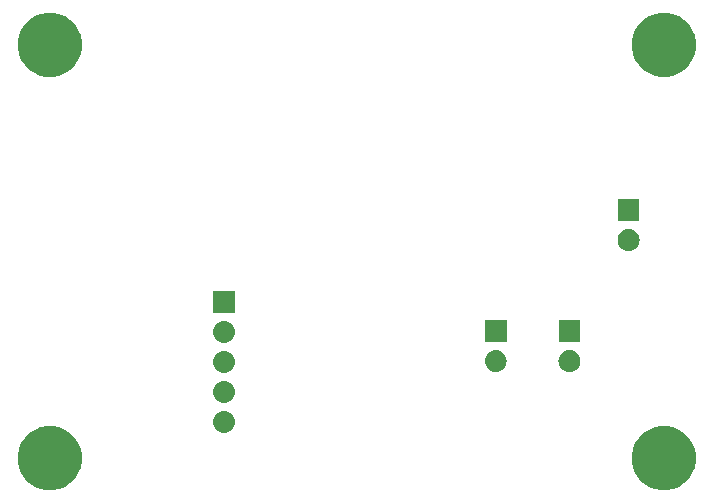
<source format=gbs>
G04 #@! TF.GenerationSoftware,KiCad,Pcbnew,5.0.0*
G04 #@! TF.CreationDate,2018-08-15T09:13:27-04:00*
G04 #@! TF.ProjectId,rs485,72733438352E6B696361645F70636200,rev?*
G04 #@! TF.SameCoordinates,Original*
G04 #@! TF.FileFunction,Soldermask,Bot*
G04 #@! TF.FilePolarity,Negative*
%FSLAX46Y46*%
G04 Gerber Fmt 4.6, Leading zero omitted, Abs format (unit mm)*
G04 Created by KiCad (PCBNEW 5.0.0) date Wed Aug 15 09:13:27 2018*
%MOMM*%
%LPD*%
G01*
G04 APERTURE LIST*
%ADD10C,0.100000*%
G04 APERTURE END LIST*
D10*
G36*
X36795205Y-110378566D02*
X37291338Y-110584071D01*
X37737852Y-110882423D01*
X38117577Y-111262148D01*
X38415929Y-111708662D01*
X38621434Y-112204795D01*
X38726200Y-112731493D01*
X38726200Y-113268507D01*
X38621434Y-113795205D01*
X38415929Y-114291338D01*
X38117577Y-114737852D01*
X37737852Y-115117577D01*
X37291338Y-115415929D01*
X36795205Y-115621434D01*
X36268507Y-115726200D01*
X35731493Y-115726200D01*
X35204795Y-115621434D01*
X34708662Y-115415929D01*
X34262148Y-115117577D01*
X33882423Y-114737852D01*
X33584071Y-114291338D01*
X33378566Y-113795205D01*
X33273800Y-113268507D01*
X33273800Y-112731493D01*
X33378566Y-112204795D01*
X33584071Y-111708662D01*
X33882423Y-111262148D01*
X34262148Y-110882423D01*
X34708662Y-110584071D01*
X35204795Y-110378566D01*
X35731493Y-110273800D01*
X36268507Y-110273800D01*
X36795205Y-110378566D01*
X36795205Y-110378566D01*
G37*
G36*
X88795205Y-110378566D02*
X89291338Y-110584071D01*
X89737852Y-110882423D01*
X90117577Y-111262148D01*
X90415929Y-111708662D01*
X90621434Y-112204795D01*
X90726200Y-112731493D01*
X90726200Y-113268507D01*
X90621434Y-113795205D01*
X90415929Y-114291338D01*
X90117577Y-114737852D01*
X89737852Y-115117577D01*
X89291338Y-115415929D01*
X88795205Y-115621434D01*
X88268507Y-115726200D01*
X87731493Y-115726200D01*
X87204795Y-115621434D01*
X86708662Y-115415929D01*
X86262148Y-115117577D01*
X85882423Y-114737852D01*
X85584071Y-114291338D01*
X85378566Y-113795205D01*
X85273800Y-113268507D01*
X85273800Y-112731493D01*
X85378566Y-112204795D01*
X85584071Y-111708662D01*
X85882423Y-111262148D01*
X86262148Y-110882423D01*
X86708662Y-110584071D01*
X87204795Y-110378566D01*
X87731493Y-110273800D01*
X88268507Y-110273800D01*
X88795205Y-110378566D01*
X88795205Y-110378566D01*
G37*
G36*
X50931563Y-108997201D02*
X50931566Y-108997202D01*
X50931567Y-108997202D01*
X51106156Y-109050163D01*
X51267059Y-109136167D01*
X51267061Y-109136168D01*
X51267060Y-109136168D01*
X51408091Y-109251909D01*
X51523832Y-109392940D01*
X51609837Y-109553844D01*
X51662799Y-109728437D01*
X51680682Y-109910000D01*
X51662799Y-110091563D01*
X51662798Y-110091566D01*
X51662798Y-110091567D01*
X51609837Y-110266156D01*
X51523833Y-110427059D01*
X51408091Y-110568091D01*
X51267059Y-110683833D01*
X51106156Y-110769837D01*
X50931567Y-110822798D01*
X50931566Y-110822798D01*
X50931563Y-110822799D01*
X50795501Y-110836200D01*
X50704499Y-110836200D01*
X50568437Y-110822799D01*
X50568434Y-110822798D01*
X50568433Y-110822798D01*
X50393844Y-110769837D01*
X50232941Y-110683833D01*
X50091909Y-110568091D01*
X49976167Y-110427059D01*
X49890163Y-110266156D01*
X49837202Y-110091567D01*
X49837202Y-110091566D01*
X49837201Y-110091563D01*
X49819318Y-109910000D01*
X49837201Y-109728437D01*
X49890163Y-109553844D01*
X49976168Y-109392940D01*
X50091909Y-109251909D01*
X50232940Y-109136168D01*
X50232939Y-109136168D01*
X50232941Y-109136167D01*
X50393844Y-109050163D01*
X50568433Y-108997202D01*
X50568434Y-108997202D01*
X50568437Y-108997201D01*
X50704499Y-108983800D01*
X50795501Y-108983800D01*
X50931563Y-108997201D01*
X50931563Y-108997201D01*
G37*
G36*
X50931563Y-106457201D02*
X50931566Y-106457202D01*
X50931567Y-106457202D01*
X51106156Y-106510163D01*
X51267059Y-106596167D01*
X51267061Y-106596168D01*
X51267060Y-106596168D01*
X51408091Y-106711909D01*
X51523832Y-106852940D01*
X51609837Y-107013844D01*
X51662799Y-107188437D01*
X51680682Y-107370000D01*
X51662799Y-107551563D01*
X51662798Y-107551566D01*
X51662798Y-107551567D01*
X51609837Y-107726156D01*
X51523833Y-107887059D01*
X51408091Y-108028091D01*
X51267059Y-108143833D01*
X51106156Y-108229837D01*
X50931567Y-108282798D01*
X50931566Y-108282798D01*
X50931563Y-108282799D01*
X50795501Y-108296200D01*
X50704499Y-108296200D01*
X50568437Y-108282799D01*
X50568434Y-108282798D01*
X50568433Y-108282798D01*
X50393844Y-108229837D01*
X50232941Y-108143833D01*
X50091909Y-108028091D01*
X49976167Y-107887059D01*
X49890163Y-107726156D01*
X49837202Y-107551567D01*
X49837202Y-107551566D01*
X49837201Y-107551563D01*
X49819318Y-107370000D01*
X49837201Y-107188437D01*
X49890163Y-107013844D01*
X49976168Y-106852940D01*
X50091909Y-106711909D01*
X50232940Y-106596168D01*
X50232939Y-106596168D01*
X50232941Y-106596167D01*
X50393844Y-106510163D01*
X50568433Y-106457202D01*
X50568434Y-106457202D01*
X50568437Y-106457201D01*
X50704499Y-106443800D01*
X50795501Y-106443800D01*
X50931563Y-106457201D01*
X50931563Y-106457201D01*
G37*
G36*
X50931563Y-103917201D02*
X50931566Y-103917202D01*
X50931567Y-103917202D01*
X51106156Y-103970163D01*
X51267059Y-104056167D01*
X51267061Y-104056168D01*
X51267060Y-104056168D01*
X51408091Y-104171909D01*
X51523832Y-104312940D01*
X51609837Y-104473844D01*
X51662799Y-104648437D01*
X51680682Y-104830000D01*
X51662799Y-105011563D01*
X51662798Y-105011566D01*
X51662798Y-105011567D01*
X51609837Y-105186156D01*
X51523833Y-105347059D01*
X51408091Y-105488091D01*
X51267059Y-105603833D01*
X51106156Y-105689837D01*
X50931567Y-105742798D01*
X50931566Y-105742798D01*
X50931563Y-105742799D01*
X50795501Y-105756200D01*
X50704499Y-105756200D01*
X50568437Y-105742799D01*
X50568434Y-105742798D01*
X50568433Y-105742798D01*
X50393844Y-105689837D01*
X50232941Y-105603833D01*
X50091909Y-105488091D01*
X49976167Y-105347059D01*
X49890163Y-105186156D01*
X49837202Y-105011567D01*
X49837202Y-105011566D01*
X49837201Y-105011563D01*
X49819318Y-104830000D01*
X49837201Y-104648437D01*
X49890163Y-104473844D01*
X49976168Y-104312940D01*
X50091909Y-104171909D01*
X50232940Y-104056168D01*
X50232939Y-104056168D01*
X50232941Y-104056167D01*
X50393844Y-103970163D01*
X50568433Y-103917202D01*
X50568434Y-103917202D01*
X50568437Y-103917201D01*
X50704499Y-103903800D01*
X50795501Y-103903800D01*
X50931563Y-103917201D01*
X50931563Y-103917201D01*
G37*
G36*
X73931563Y-103877201D02*
X73931566Y-103877202D01*
X73931567Y-103877202D01*
X74106156Y-103930163D01*
X74267059Y-104016167D01*
X74408091Y-104131909D01*
X74523833Y-104272941D01*
X74545213Y-104312941D01*
X74609837Y-104433844D01*
X74662799Y-104608437D01*
X74680682Y-104790000D01*
X74662799Y-104971563D01*
X74662798Y-104971566D01*
X74662798Y-104971567D01*
X74609837Y-105146156D01*
X74523833Y-105307059D01*
X74408091Y-105448091D01*
X74267059Y-105563833D01*
X74106156Y-105649837D01*
X73931567Y-105702798D01*
X73931566Y-105702798D01*
X73931563Y-105702799D01*
X73795501Y-105716200D01*
X73704499Y-105716200D01*
X73568437Y-105702799D01*
X73568434Y-105702798D01*
X73568433Y-105702798D01*
X73393844Y-105649837D01*
X73232941Y-105563833D01*
X73091909Y-105448091D01*
X72976167Y-105307059D01*
X72890163Y-105146156D01*
X72837202Y-104971567D01*
X72837202Y-104971566D01*
X72837201Y-104971563D01*
X72819318Y-104790000D01*
X72837201Y-104608437D01*
X72890163Y-104433844D01*
X72954787Y-104312941D01*
X72976167Y-104272941D01*
X73091909Y-104131909D01*
X73232941Y-104016167D01*
X73393844Y-103930163D01*
X73568433Y-103877202D01*
X73568434Y-103877202D01*
X73568437Y-103877201D01*
X73704499Y-103863800D01*
X73795501Y-103863800D01*
X73931563Y-103877201D01*
X73931563Y-103877201D01*
G37*
G36*
X80181563Y-103877201D02*
X80181566Y-103877202D01*
X80181567Y-103877202D01*
X80356156Y-103930163D01*
X80517059Y-104016167D01*
X80658091Y-104131909D01*
X80773833Y-104272941D01*
X80795213Y-104312941D01*
X80859837Y-104433844D01*
X80912799Y-104608437D01*
X80930682Y-104790000D01*
X80912799Y-104971563D01*
X80912798Y-104971566D01*
X80912798Y-104971567D01*
X80859837Y-105146156D01*
X80773833Y-105307059D01*
X80658091Y-105448091D01*
X80517059Y-105563833D01*
X80356156Y-105649837D01*
X80181567Y-105702798D01*
X80181566Y-105702798D01*
X80181563Y-105702799D01*
X80045501Y-105716200D01*
X79954499Y-105716200D01*
X79818437Y-105702799D01*
X79818434Y-105702798D01*
X79818433Y-105702798D01*
X79643844Y-105649837D01*
X79482941Y-105563833D01*
X79341909Y-105448091D01*
X79226167Y-105307059D01*
X79140163Y-105146156D01*
X79087202Y-104971567D01*
X79087202Y-104971566D01*
X79087201Y-104971563D01*
X79069318Y-104790000D01*
X79087201Y-104608437D01*
X79140163Y-104433844D01*
X79204787Y-104312941D01*
X79226167Y-104272941D01*
X79341909Y-104131909D01*
X79482941Y-104016167D01*
X79643844Y-103930163D01*
X79818433Y-103877202D01*
X79818434Y-103877202D01*
X79818437Y-103877201D01*
X79954499Y-103863800D01*
X80045501Y-103863800D01*
X80181563Y-103877201D01*
X80181563Y-103877201D01*
G37*
G36*
X50931563Y-101377201D02*
X50931566Y-101377202D01*
X50931567Y-101377202D01*
X51106156Y-101430163D01*
X51267059Y-101516167D01*
X51267061Y-101516168D01*
X51267060Y-101516168D01*
X51408091Y-101631909D01*
X51523832Y-101772940D01*
X51609837Y-101933844D01*
X51662799Y-102108437D01*
X51680682Y-102290000D01*
X51662799Y-102471563D01*
X51662798Y-102471566D01*
X51662798Y-102471567D01*
X51609837Y-102646156D01*
X51523833Y-102807059D01*
X51408091Y-102948091D01*
X51267059Y-103063833D01*
X51106156Y-103149837D01*
X50931567Y-103202798D01*
X50931566Y-103202798D01*
X50931563Y-103202799D01*
X50795501Y-103216200D01*
X50704499Y-103216200D01*
X50568437Y-103202799D01*
X50568434Y-103202798D01*
X50568433Y-103202798D01*
X50393844Y-103149837D01*
X50232941Y-103063833D01*
X50091909Y-102948091D01*
X49976167Y-102807059D01*
X49890163Y-102646156D01*
X49837202Y-102471567D01*
X49837202Y-102471566D01*
X49837201Y-102471563D01*
X49819318Y-102290000D01*
X49837201Y-102108437D01*
X49890163Y-101933844D01*
X49976168Y-101772940D01*
X50091909Y-101631909D01*
X50232940Y-101516168D01*
X50232939Y-101516168D01*
X50232941Y-101516167D01*
X50393844Y-101430163D01*
X50568433Y-101377202D01*
X50568434Y-101377202D01*
X50568437Y-101377201D01*
X50704499Y-101363800D01*
X50795501Y-101363800D01*
X50931563Y-101377201D01*
X50931563Y-101377201D01*
G37*
G36*
X80926200Y-103176200D02*
X79073800Y-103176200D01*
X79073800Y-101323800D01*
X80926200Y-101323800D01*
X80926200Y-103176200D01*
X80926200Y-103176200D01*
G37*
G36*
X74676200Y-103176200D02*
X72823800Y-103176200D01*
X72823800Y-101323800D01*
X74676200Y-101323800D01*
X74676200Y-103176200D01*
X74676200Y-103176200D01*
G37*
G36*
X51676200Y-100676200D02*
X49823800Y-100676200D01*
X49823800Y-98823800D01*
X51676200Y-98823800D01*
X51676200Y-100676200D01*
X51676200Y-100676200D01*
G37*
G36*
X85181563Y-93627201D02*
X85181566Y-93627202D01*
X85181567Y-93627202D01*
X85356156Y-93680163D01*
X85517059Y-93766167D01*
X85517061Y-93766168D01*
X85517060Y-93766168D01*
X85658091Y-93881909D01*
X85773832Y-94022940D01*
X85859837Y-94183844D01*
X85912799Y-94358437D01*
X85930682Y-94540000D01*
X85912799Y-94721563D01*
X85912798Y-94721566D01*
X85912798Y-94721567D01*
X85859837Y-94896156D01*
X85773833Y-95057059D01*
X85658091Y-95198091D01*
X85517059Y-95313833D01*
X85356156Y-95399837D01*
X85181567Y-95452798D01*
X85181566Y-95452798D01*
X85181563Y-95452799D01*
X85045501Y-95466200D01*
X84954499Y-95466200D01*
X84818437Y-95452799D01*
X84818434Y-95452798D01*
X84818433Y-95452798D01*
X84643844Y-95399837D01*
X84482941Y-95313833D01*
X84341909Y-95198091D01*
X84226167Y-95057059D01*
X84140163Y-94896156D01*
X84087202Y-94721567D01*
X84087202Y-94721566D01*
X84087201Y-94721563D01*
X84069318Y-94540000D01*
X84087201Y-94358437D01*
X84140163Y-94183844D01*
X84226168Y-94022940D01*
X84341909Y-93881909D01*
X84482940Y-93766168D01*
X84482939Y-93766168D01*
X84482941Y-93766167D01*
X84643844Y-93680163D01*
X84818433Y-93627202D01*
X84818434Y-93627202D01*
X84818437Y-93627201D01*
X84954499Y-93613800D01*
X85045501Y-93613800D01*
X85181563Y-93627201D01*
X85181563Y-93627201D01*
G37*
G36*
X85926200Y-92926200D02*
X84073800Y-92926200D01*
X84073800Y-91073800D01*
X85926200Y-91073800D01*
X85926200Y-92926200D01*
X85926200Y-92926200D01*
G37*
G36*
X88795205Y-75378566D02*
X89291338Y-75584071D01*
X89737852Y-75882423D01*
X90117577Y-76262148D01*
X90415929Y-76708662D01*
X90621434Y-77204795D01*
X90726200Y-77731493D01*
X90726200Y-78268507D01*
X90621434Y-78795205D01*
X90415929Y-79291338D01*
X90117577Y-79737852D01*
X89737852Y-80117577D01*
X89291338Y-80415929D01*
X88795205Y-80621434D01*
X88268507Y-80726200D01*
X87731493Y-80726200D01*
X87204795Y-80621434D01*
X86708662Y-80415929D01*
X86262148Y-80117577D01*
X85882423Y-79737852D01*
X85584071Y-79291338D01*
X85378566Y-78795205D01*
X85273800Y-78268507D01*
X85273800Y-77731493D01*
X85378566Y-77204795D01*
X85584071Y-76708662D01*
X85882423Y-76262148D01*
X86262148Y-75882423D01*
X86708662Y-75584071D01*
X87204795Y-75378566D01*
X87731493Y-75273800D01*
X88268507Y-75273800D01*
X88795205Y-75378566D01*
X88795205Y-75378566D01*
G37*
G36*
X36795205Y-75378566D02*
X37291338Y-75584071D01*
X37737852Y-75882423D01*
X38117577Y-76262148D01*
X38415929Y-76708662D01*
X38621434Y-77204795D01*
X38726200Y-77731493D01*
X38726200Y-78268507D01*
X38621434Y-78795205D01*
X38415929Y-79291338D01*
X38117577Y-79737852D01*
X37737852Y-80117577D01*
X37291338Y-80415929D01*
X36795205Y-80621434D01*
X36268507Y-80726200D01*
X35731493Y-80726200D01*
X35204795Y-80621434D01*
X34708662Y-80415929D01*
X34262148Y-80117577D01*
X33882423Y-79737852D01*
X33584071Y-79291338D01*
X33378566Y-78795205D01*
X33273800Y-78268507D01*
X33273800Y-77731493D01*
X33378566Y-77204795D01*
X33584071Y-76708662D01*
X33882423Y-76262148D01*
X34262148Y-75882423D01*
X34708662Y-75584071D01*
X35204795Y-75378566D01*
X35731493Y-75273800D01*
X36268507Y-75273800D01*
X36795205Y-75378566D01*
X36795205Y-75378566D01*
G37*
M02*

</source>
